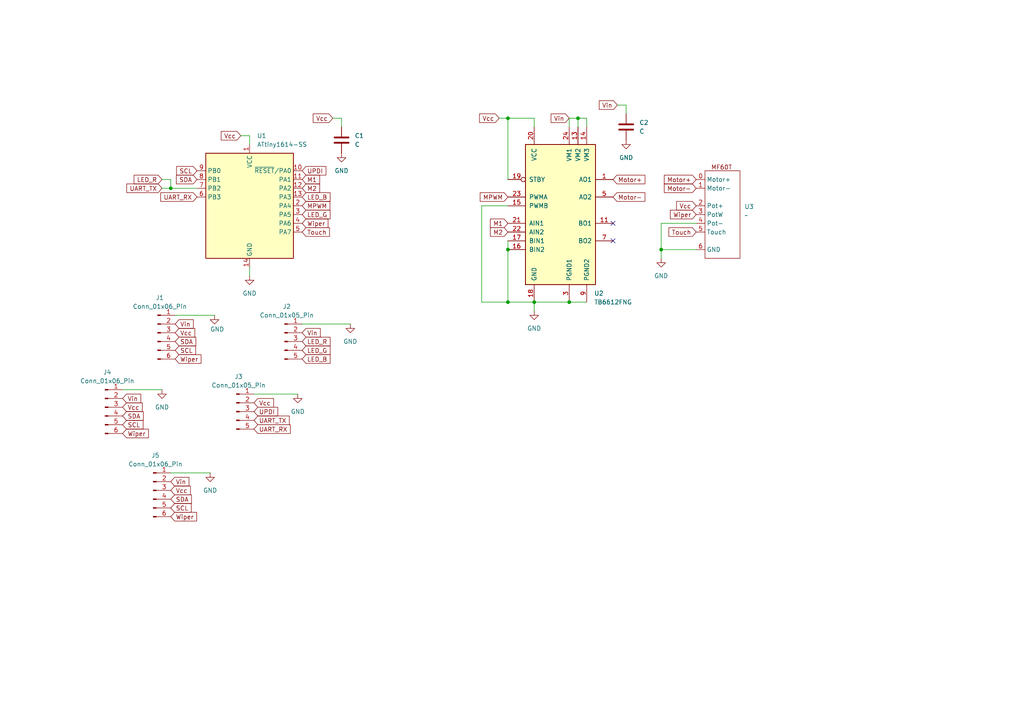
<source format=kicad_sch>
(kicad_sch (version 20250114) (generator "eeschema") (generator_version "9.0")
  (paper "A4")
  (lib_symbols
    (symbol "Connector:Conn_01x05_Pin" (pin_names (offset 1.016) (hide yes))
      (property "Reference" "J" (at 0 7.62 0))
      (property "Value" "Conn_01x05_Pin" (at 0 -7.62 0))
      (symbol "Conn_01x05_Pin_1_1"
        (rectangle (start 0.8636 5.207) (end 0 4.953) (stroke (width 0.1524)) (fill (type outline)))
        (rectangle (start 0.8636 2.667) (end 0 2.413) (stroke (width 0.1524)) (fill (type outline)))
        (rectangle (start 0.8636 0.127) (end 0 -0.127) (stroke (width 0.1524)) (fill (type outline)))
        (rectangle (start 0.8636 -2.413) (end 0 -2.667) (stroke (width 0.1524)) (fill (type outline)))
        (rectangle (start 0.8636 -4.953) (end 0 -5.207) (stroke (width 0.1524)) (fill (type outline)))
        (polyline (pts (xy 1.27 5.08) (xy 0.8636 5.08)) (stroke (width 0.1524)))
        (polyline (pts (xy 1.27 2.54) (xy 0.8636 2.54)) (stroke (width 0.1524)))
        (polyline (pts (xy 1.27 0) (xy 0.8636 0)) (stroke (width 0.1524)))
        (polyline (pts (xy 1.27 -2.54) (xy 0.8636 -2.54)) (stroke (width 0.1524)))
        (polyline (pts (xy 1.27 -5.08) (xy 0.8636 -5.08)) (stroke (width 0.1524)))
        (pin passive line (at 5.08 5.08 180) (length 3.81) (name "Pin_1") (number "1"))
        (pin passive line (at 5.08 2.54 180) (length 3.81) (name "Pin_2") (number "2"))
        (pin passive line (at 5.08 0 180) (length 3.81) (name "Pin_3") (number "3"))
        (pin passive line (at 5.08 -2.54 180) (length 3.81) (name "Pin_4") (number "4"))
        (pin passive line (at 5.08 -5.08 180) (length 3.81) (name "Pin_5") (number "5"))
      )
    )
    (symbol "Connector:Conn_01x06_Pin" (pin_names (offset 1.016) (hide yes))
      (property "Reference" "J" (at 0 7.62 0))
      (property "Value" "Conn_01x06_Pin" (at 0 -10.16 0))
      (symbol "Conn_01x06_Pin_1_1"
        (rectangle (start 0.8636 5.207) (end 0 4.953) (stroke (width 0.1524)) (fill (type outline)))
        (rectangle (start 0.8636 2.667) (end 0 2.413) (stroke (width 0.1524)) (fill (type outline)))
        (rectangle (start 0.8636 0.127) (end 0 -0.127) (stroke (width 0.1524)) (fill (type outline)))
        (rectangle (start 0.8636 -2.413) (end 0 -2.667) (stroke (width 0.1524)) (fill (type outline)))
        (rectangle (start 0.8636 -4.953) (end 0 -5.207) (stroke (width 0.1524)) (fill (type outline)))
        (rectangle (start 0.8636 -7.493) (end 0 -7.747) (stroke (width 0.1524)) (fill (type outline)))
        (polyline (pts (xy 1.27 5.08) (xy 0.8636 5.08)) (stroke (width 0.1524)))
        (polyline (pts (xy 1.27 2.54) (xy 0.8636 2.54)) (stroke (width 0.1524)))
        (polyline (pts (xy 1.27 0) (xy 0.8636 0)) (stroke (width 0.1524)))
        (polyline (pts (xy 1.27 -2.54) (xy 0.8636 -2.54)) (stroke (width 0.1524)))
        (polyline (pts (xy 1.27 -5.08) (xy 0.8636 -5.08)) (stroke (width 0.1524)))
        (polyline (pts (xy 1.27 -7.62) (xy 0.8636 -7.62)) (stroke (width 0.1524)))
        (pin passive line (at 5.08 5.08 180) (length 3.81) (name "Pin_1") (number "1"))
        (pin passive line (at 5.08 2.54 180) (length 3.81) (name "Pin_2") (number "2"))
        (pin passive line (at 5.08 0 180) (length 3.81) (name "Pin_3") (number "3"))
        (pin passive line (at 5.08 -2.54 180) (length 3.81) (name "Pin_4") (number "4"))
        (pin passive line (at 5.08 -5.08 180) (length 3.81) (name "Pin_5") (number "5"))
        (pin passive line (at 5.08 -7.62 180) (length 3.81) (name "Pin_6") (number "6"))
      )
    )
    (symbol "Device:C" (pin_numbers (hide yes)) (pin_names (offset 0.254))
      (property "Reference" "C" (at 0.635 2.54 0))
      (property "Value" "C" (at 0.635 -2.54 0))
      (symbol "C_0_1"
        (polyline (pts (xy -2.032 0.762) (xy 2.032 0.762)) (stroke (width 0.508)))
        (polyline (pts (xy -2.032 -0.762) (xy 2.032 -0.762)) (stroke (width 0.508)))
      )
      (symbol "C_1_1"
        (pin passive line (at 0 3.81 270) (length 2.794) (name "~") (number "1"))
        (pin passive line (at 0 -3.81 90) (length 2.794) (name "~") (number "2"))
      )
    )
    (symbol "Driver_Motor:TB6612FNG" (pin_names (offset 1.016))
      (property "Reference" "U" (at 11.43 17.78 0))
      (property "Value" "TB6612FNG" (at 11.43 15.24 0))
      (symbol "TB6612FNG_0_1"
        (rectangle (start -10.16 20.32) (end 10.16 -20.32) (stroke (width 0.254)) (fill (type background)))
      )
      (symbol "TB6612FNG_1_1"
        (pin input inverted (at -15.24 10.16 0) (length 5.08) (name "STBY") (number "19"))
        (pin input line (at -15.24 5.08 0) (length 5.08) (name "PWMA") (number "23"))
        (pin input line (at -15.24 2.54 0) (length 5.08) (name "PWMB") (number "15"))
        (pin input line (at -15.24 -2.54 0) (length 5.08) (name "AIN1") (number "21"))
        (pin input line (at -15.24 -5.08 0) (length 5.08) (name "AIN2") (number "22"))
        (pin input line (at -15.24 -7.62 0) (length 5.08) (name "BIN1") (number "17"))
        (pin input line (at -15.24 -10.16 0) (length 5.08) (name "BIN2") (number "16"))
        (pin power_in line (at -7.62 25.4 270) (length 5.08) (name "VCC") (number "20"))
        (pin power_in line (at -7.62 -25.4 90) (length 5.08) (name "GND") (number "18"))
        (pin power_in line (at 2.54 25.4 270) (length 5.08) (name "VM1") (number "24"))
        (pin power_in line (at 2.54 -25.4 90) (length 5.08) (name "PGND1") (number "3"))
        (pin passive line (at 2.54 -25.4 90) (length 5.08) (hide yes) (name "PGND1") (number "4"))
        (pin power_in line (at 5.08 25.4 270) (length 5.08) (name "VM2") (number "13"))
        (pin power_in line (at 7.62 25.4 270) (length 5.08) (name "VM3") (number "14"))
        (pin passive line (at 7.62 -25.4 90) (length 5.08) (hide yes) (name "PGND2") (number "10"))
        (pin power_in line (at 7.62 -25.4 90) (length 5.08) (name "PGND2") (number "9"))
        (pin output line (at 15.24 10.16 180) (length 5.08) (name "AO1") (number "1"))
        (pin passive line (at 15.24 10.16 180) (length 5.08) (hide yes) (name "AO1") (number "2"))
        (pin output line (at 15.24 5.08 180) (length 5.08) (name "AO2") (number "5"))
        (pin passive line (at 15.24 5.08 180) (length 5.08) (hide yes) (name "AO2") (number "6"))
        (pin output line (at 15.24 -2.54 180) (length 5.08) (name "BO1") (number "11"))
        (pin passive line (at 15.24 -2.54 180) (length 5.08) (hide yes) (name "BO1") (number "12"))
        (pin output line (at 15.24 -7.62 180) (length 5.08) (name "BO2") (number "7"))
        (pin passive line (at 15.24 -7.62 180) (length 5.08) (hide yes) (name "BO2") (number "8"))
      )
    )
    (symbol "MCU_Microchip_ATtiny:ATtiny1614-SS"
      (property "Reference" "U" (at -12.7 16.51 0))
      (property "Value" "ATtiny1614-SS" (at 2.54 -16.51 0))
      (symbol "ATtiny1614-SS_0_1"
        (rectangle (start -12.7 -15.24) (end 12.7 15.24) (stroke (width 0.254)) (fill (type background)))
      )
      (symbol "ATtiny1614-SS_1_1"
        (pin bidirectional line (at -15.24 10.16 0) (length 2.54) (name "PB0") (number "9"))
        (pin bidirectional line (at -15.24 7.62 0) (length 2.54) (name "PB1") (number "8"))
        (pin bidirectional line (at -15.24 5.08 0) (length 2.54) (name "PB2") (number "7"))
        (pin bidirectional line (at -15.24 2.54 0) (length 2.54) (name "PB3") (number "6"))
        (pin power_in line (at 0 17.78 270) (length 2.54) (name "VCC") (number "1"))
        (pin power_in line (at 0 -17.78 90) (length 2.54) (name "GND") (number "14"))
        (pin bidirectional line (at 15.24 10.16 180) (length 2.54) (name "~{RESET}/PA0") (number "10"))
        (pin bidirectional line (at 15.24 7.62 180) (length 2.54) (name "PA1") (number "11"))
        (pin bidirectional line (at 15.24 5.08 180) (length 2.54) (name "PA2") (number "12"))
        (pin bidirectional line (at 15.24 2.54 180) (length 2.54) (name "PA3") (number "13"))
        (pin bidirectional line (at 15.24 0 180) (length 2.54) (name "PA4") (number "2"))
        (pin bidirectional line (at 15.24 -2.54 180) (length 2.54) (name "PA5") (number "3"))
        (pin bidirectional line (at 15.24 -5.08 180) (length 2.54) (name "PA6") (number "4"))
        (pin bidirectional line (at 15.24 -7.62 180) (length 2.54) (name "PA7") (number "5"))
      )
    )
    (symbol "Motorized Fader:MF60T"
      (property "Reference" "U" (at 2.54 0 0))
      (symbol "MF60T_0_1"
        (rectangle (start -5.08 10.16) (end 5.08 -15.24))
      )
      (symbol "MF60T_1_1"
        (text "MF60T" (at -0.254 11.176 0) (effects (font (size 1.27 1.27))))
        (pin bidirectional line (at -7.62 7.62 0) (length 2.54) (name "Motor+") (number "0"))
        (pin bidirectional line (at -7.62 5.08 0) (length 2.54) (name "Motor-") (number "1"))
        (pin bidirectional line (at -7.62 0 0) (length 2.54) (name "Pot+") (number "2"))
        (pin bidirectional line (at -7.62 -2.54 0) (length 2.54) (name "PotW") (number "3"))
        (pin bidirectional line (at -7.62 -5.08 0) (length 2.54) (name "Pot-") (number "4"))
        (pin bidirectional line (at -7.62 -7.62 0) (length 2.54) (name "Touch") (number "5"))
        (pin bidirectional line (at -7.62 -12.7 0) (length 2.54) (name "GND") (number "6"))
      )
    )
    (symbol "power:GND" (power) (pin_numbers (hide yes)) (pin_names (offset 0) (hide yes))
      (property "Value" "GND" (at 0 -3.81 0))
      (symbol "GND_0_1"
        (polyline (pts (xy 0 0) (xy 0 -1.27) (xy 1.27 -1.27) (xy 0 -2.54) (xy -1.27 -1.27) (xy 0 -1.27)))
      )
      (symbol "GND_1_1"
        (pin power_in line (at 0 0 270) (length 0) (name "~") (number "1"))
      )
    )
  )
  (junction (at 49.53 54.61))
  (junction (at 165.1 87.63))
  (junction (at 154.94 87.63))
  (junction (at 167.64 34.29))
  (junction (at 147.32 87.63))
  (junction (at 147.32 72.39))
  (junction (at 147.32 34.29))
  (junction (at 191.77 72.39))
  (no_connect (at 177.8 69.85))
  (no_connect (at 177.8 64.77))
  (wire (pts (xy 35.56 113.03) (xy 46.99 113.03)))
  (wire (pts (xy 144.78 34.29) (xy 147.32 34.29)))
  (wire (pts (xy 72.39 39.37) (xy 72.39 41.91)))
  (wire (pts (xy 49.53 52.07) (xy 49.53 54.61)))
  (wire (pts (xy 170.18 34.29) (xy 167.64 34.29)))
  (wire (pts (xy 50.8 91.44) (xy 62.23 91.44)))
  (wire (pts (xy 87.63 93.98) (xy 101.6 93.98)))
  (wire (pts (xy 167.64 34.29) (xy 167.64 36.83)))
  (wire (pts (xy 147.32 72.39) (xy 147.32 87.63)))
  (wire (pts (xy 191.77 64.77) (xy 191.77 72.39)))
  (wire (pts (xy 165.1 34.29) (xy 165.1 36.83)))
  (wire (pts (xy 46.99 52.07) (xy 49.53 52.07)))
  (wire (pts (xy 201.93 64.77) (xy 191.77 64.77)))
  (wire (pts (xy 167.64 34.29) (xy 165.1 34.29)))
  (wire (pts (xy 69.85 39.37) (xy 72.39 39.37)))
  (wire (pts (xy 72.39 80.01) (xy 72.39 77.47)))
  (wire (pts (xy 96.52 34.29) (xy 99.06 34.29)))
  (wire (pts (xy 154.94 87.63) (xy 165.1 87.63)))
  (wire (pts (xy 147.32 59.69) (xy 139.7 59.69)))
  (wire (pts (xy 181.61 30.48) (xy 181.61 33.02)))
  (wire (pts (xy 191.77 72.39) (xy 201.93 72.39)))
  (wire (pts (xy 165.1 87.63) (xy 170.18 87.63)))
  (wire (pts (xy 154.94 90.17) (xy 154.94 87.63)))
  (wire (pts (xy 49.53 54.61) (xy 57.15 54.61)))
  (wire (pts (xy 191.77 72.39) (xy 191.77 74.93)))
  (wire (pts (xy 147.32 34.29) (xy 154.94 34.29)))
  (wire (pts (xy 46.99 54.61) (xy 49.53 54.61)))
  (wire (pts (xy 49.53 137.16) (xy 60.96 137.16)))
  (wire (pts (xy 170.18 36.83) (xy 170.18 34.29)))
  (wire (pts (xy 139.7 59.69) (xy 139.7 87.63)))
  (wire (pts (xy 99.06 34.29) (xy 99.06 36.83)))
  (wire (pts (xy 154.94 34.29) (xy 154.94 36.83)))
  (wire (pts (xy 147.32 34.29) (xy 147.32 52.07)))
  (wire (pts (xy 147.32 69.85) (xy 147.32 72.39)))
  (wire (pts (xy 147.32 87.63) (xy 154.94 87.63)))
  (wire (pts (xy 139.7 87.63) (xy 147.32 87.63)))
  (wire (pts (xy 179.07 30.48) (xy 181.61 30.48)))
  (wire (pts (xy 73.66 114.3) (xy 86.36 114.3)))
  (global_label "Vcc" (shape input) (at 96.52 34.29 180) (property "Intersheetrefs" "${INTERSHEET_REFS}" (effects (hide yes))))
  (global_label "Vcc" (shape input) (at 201.93 59.69 180) (property "Intersheetrefs" "${INTERSHEET_REFS}" (effects (hide yes))))
  (global_label "Vcc" (shape input) (at 50.8 96.52 0) (property "Intersheetrefs" "${INTERSHEET_REFS}" (effects (hide yes))))
  (global_label "Wiper" (shape input) (at 87.63 64.77 0) (property "Intersheetrefs" "${INTERSHEET_REFS}" (effects (hide yes))))
  (global_label "Motor+" (shape input) (at 201.93 52.07 180) (property "Intersheetrefs" "${INTERSHEET_REFS}" (effects (hide yes))))
  (global_label "Vcc" (shape input) (at 73.66 116.84 0) (property "Intersheetrefs" "${INTERSHEET_REFS}" (effects (hide yes))))
  (global_label "LED_R" (shape input) (at 46.99 52.07 180) (property "Intersheetrefs" "${INTERSHEET_REFS}" (effects (hide yes))))
  (global_label "Vin" (shape input) (at 87.63 96.52 0) (property "Intersheetrefs" "${INTERSHEET_REFS}" (effects (hide yes))))
  (global_label "Wiper" (shape input) (at 201.93 62.23 180) (property "Intersheetrefs" "${INTERSHEET_REFS}" (effects (hide yes))))
  (global_label "Motor-" (shape input) (at 201.93 54.61 180) (property "Intersheetrefs" "${INTERSHEET_REFS}" (effects (hide yes))))
  (global_label "SDA" (shape input) (at 57.15 52.07 180) (property "Intersheetrefs" "${INTERSHEET_REFS}" (effects (hide yes))))
  (global_label "Motor+" (shape input) (at 177.8 52.07 0) (property "Intersheetrefs" "${INTERSHEET_REFS}" (effects (hide yes))))
  (global_label "Wiper" (shape input) (at 50.8 104.14 0) (property "Intersheetrefs" "${INTERSHEET_REFS}" (effects (hide yes))))
  (global_label "SCL" (shape input) (at 35.56 123.19 0) (property "Intersheetrefs" "${INTERSHEET_REFS}" (effects (hide yes))))
  (global_label "MPWM" (shape input) (at 147.32 57.15 180) (property "Intersheetrefs" "${INTERSHEET_REFS}" (effects (hide yes))))
  (global_label "LED_R" (shape input) (at 87.63 99.06 0) (property "Intersheetrefs" "${INTERSHEET_REFS}" (effects (hide yes))))
  (global_label "Vin" (shape input) (at 49.53 139.7 0) (property "Intersheetrefs" "${INTERSHEET_REFS}" (effects (hide yes))))
  (global_label "SDA" (shape input) (at 50.8 99.06 0) (property "Intersheetrefs" "${INTERSHEET_REFS}" (effects (hide yes))))
  (global_label "UART_TX" (shape input) (at 46.99 54.61 180) (property "Intersheetrefs" "${INTERSHEET_REFS}" (effects (hide yes))))
  (global_label "Vin" (shape input) (at 35.56 115.57 0) (property "Intersheetrefs" "${INTERSHEET_REFS}" (effects (hide yes))))
  (global_label "LED_G" (shape input) (at 87.63 101.6 0) (property "Intersheetrefs" "${INTERSHEET_REFS}" (effects (hide yes))))
  (global_label "M2" (shape input) (at 147.32 67.31 180) (property "Intersheetrefs" "${INTERSHEET_REFS}" (effects (hide yes))))
  (global_label "SDA" (shape input) (at 35.56 120.65 0) (property "Intersheetrefs" "${INTERSHEET_REFS}" (effects (hide yes))))
  (global_label "M2" (shape input) (at 87.63 54.61 0) (property "Intersheetrefs" "${INTERSHEET_REFS}" (effects (hide yes))))
  (global_label "UPDI" (shape input) (at 73.66 119.38 0) (property "Intersheetrefs" "${INTERSHEET_REFS}" (effects (hide yes))))
  (global_label "Touch" (shape input) (at 87.63 67.31 0) (property "Intersheetrefs" "${INTERSHEET_REFS}" (effects (hide yes))))
  (global_label "Vin" (shape input) (at 165.1 34.29 180) (property "Intersheetrefs" "${INTERSHEET_REFS}" (effects (hide yes))))
  (global_label "Wiper" (shape input) (at 35.56 125.73 0) (property "Intersheetrefs" "${INTERSHEET_REFS}" (effects (hide yes))))
  (global_label "SCL" (shape input) (at 57.15 49.53 180) (property "Intersheetrefs" "${INTERSHEET_REFS}" (effects (hide yes))))
  (global_label "M1" (shape input) (at 87.63 52.07 0) (property "Intersheetrefs" "${INTERSHEET_REFS}" (effects (hide yes))))
  (global_label "Vcc" (shape input) (at 144.78 34.29 180) (property "Intersheetrefs" "${INTERSHEET_REFS}" (effects (hide yes))))
  (global_label "Vcc" (shape input) (at 69.85 39.37 180) (property "Intersheetrefs" "${INTERSHEET_REFS}" (effects (hide yes))))
  (global_label "MPWM" (shape input) (at 87.63 59.69 0) (property "Intersheetrefs" "${INTERSHEET_REFS}" (effects (hide yes))))
  (global_label "LED_G" (shape input) (at 87.63 62.23 0) (property "Intersheetrefs" "${INTERSHEET_REFS}" (effects (hide yes))))
  (global_label "Vin" (shape input) (at 50.8 93.98 0) (property "Intersheetrefs" "${INTERSHEET_REFS}" (effects (hide yes))))
  (global_label "Vcc" (shape input) (at 35.56 118.11 0) (property "Intersheetrefs" "${INTERSHEET_REFS}" (effects (hide yes))))
  (global_label "LED_B" (shape input) (at 87.63 57.15 0) (property "Intersheetrefs" "${INTERSHEET_REFS}" (effects (hide yes))))
  (global_label "UART_TX" (shape input) (at 73.66 121.92 0) (property "Intersheetrefs" "${INTERSHEET_REFS}" (effects (hide yes))))
  (global_label "SCL" (shape input) (at 49.53 147.32 0) (property "Intersheetrefs" "${INTERSHEET_REFS}" (effects (hide yes))))
  (global_label "SCL" (shape input) (at 50.8 101.6 0) (property "Intersheetrefs" "${INTERSHEET_REFS}" (effects (hide yes))))
  (global_label "UART_RX" (shape input) (at 73.66 124.46 0) (property "Intersheetrefs" "${INTERSHEET_REFS}" (effects (hide yes))))
  (global_label "UART_RX" (shape input) (at 57.15 57.15 180) (property "Intersheetrefs" "${INTERSHEET_REFS}" (effects (hide yes))))
  (global_label "LED_B" (shape input) (at 87.63 104.14 0) (property "Intersheetrefs" "${INTERSHEET_REFS}" (effects (hide yes))))
  (global_label "M1" (shape input) (at 147.32 64.77 180) (property "Intersheetrefs" "${INTERSHEET_REFS}" (effects (hide yes))))
  (global_label "Vin" (shape input) (at 179.07 30.48 180) (property "Intersheetrefs" "${INTERSHEET_REFS}" (effects (hide yes))))
  (global_label "UPDI" (shape input) (at 87.63 49.53 0) (property "Intersheetrefs" "${INTERSHEET_REFS}" (effects (hide yes))))
  (global_label "Touch" (shape input) (at 201.93 67.31 180) (property "Intersheetrefs" "${INTERSHEET_REFS}" (effects (hide yes))))
  (global_label "Vcc" (shape input) (at 49.53 142.24 0) (property "Intersheetrefs" "${INTERSHEET_REFS}" (effects (hide yes))))
  (global_label "Wiper" (shape input) (at 49.53 149.86 0) (property "Intersheetrefs" "${INTERSHEET_REFS}" (effects (hide yes))))
  (global_label "SDA" (shape input) (at 49.53 144.78 0) (property "Intersheetrefs" "${INTERSHEET_REFS}" (effects (hide yes))))
  (global_label "Motor-" (shape input) (at 177.8 57.15 0) (property "Intersheetrefs" "${INTERSHEET_REFS}" (effects (hide yes))))
  (symbol (lib_id "power:GND") (at 99.06 44.45 0) (unit 1)
    (property "Reference" "#PWR07" (effects (hide yes)))
    (property "Value" "GND" (at 99.06 49.53 0))
    (property "Description" "Power symbol creates a global label with name \"GND\" , ground" (effects (hide yes)))
  )
  (symbol (lib_id "MCU_Microchip_ATtiny:ATtiny1614-SS") (at 72.39 59.69 0) (unit 1)
    (property "Reference" "U1" (at 74.5333 39.37 0) (effects (justify left)))
    (property "Value" "ATtiny1614-SS" (at 74.5333 41.91 0) (effects (justify left)))
    (property "Footprint" "Package_SO:SOIC-14_3.9x8.7mm_P1.27mm" (effects (hide yes)))
    (property "Datasheet" "http://ww1.microchip.com/downloads/en/DeviceDoc/ATtiny1614-data-sheet-40001995A.pdf" (effects (hide yes)))
    (property "Description" "20MHz, 16kB Flash, 2kB SRAM, 256B EEPROM, SOIC-14" (effects (hide yes)))
  )
  (symbol (lib_id "power:GND") (at 86.36 114.3 0) (unit 1)
    (property "Reference" "#PWR06" (effects (hide yes)))
    (property "Value" "GND" (at 86.36 119.38 0))
    (property "Description" "Power symbol creates a global label with name \"GND\" , ground" (effects (hide yes)))
  )
  (symbol (lib_id "Connector:Conn_01x05_Pin") (at 68.58 119.38 0) (unit 1)
    (property "Reference" "J3" (at 69.215 109.22 0))
    (property "Value" "Conn_01x05_Pin" (at 69.215 111.76 0))
    (property "Footprint" "Connector_PinHeader_2.54mm:PinHeader_1x05_P2.54mm_Vertical" (effects (hide yes)))
    (property "Description" "Generic connector, single row, 01x05, script generated" (effects (hide yes)))
  )
  (symbol (lib_id "Motorized Fader:MF60T") (at 209.55 59.69 0) (unit 1)
    (property "Reference" "U3" (at 215.9 59.9411 0) (effects (justify left)))
    (property "Value" "~" (at 215.9 62.4811 0) (effects (justify left)))
    (property "Footprint" "Motorized Fader:MF60T" (effects (hide yes)))
  )
  (symbol (lib_id "power:GND") (at 72.39 80.01 0) (unit 1)
    (property "Reference" "#PWR02" (effects (hide yes)))
    (property "Value" "GND" (at 72.39 85.09 0))
    (property "Description" "Power symbol creates a global label with name \"GND\" , ground" (effects (hide yes)))
  )
  (symbol (lib_id "power:GND") (at 101.6 93.98 0) (unit 1)
    (property "Reference" "#PWR05" (effects (hide yes)))
    (property "Value" "GND" (at 101.6 99.06 0))
    (property "Description" "Power symbol creates a global label with name \"GND\" , ground" (effects (hide yes)))
  )
  (symbol (lib_id "power:GND") (at 154.94 90.17 0) (unit 1)
    (property "Reference" "#PWR03" (effects (hide yes)))
    (property "Value" "GND" (at 154.94 95.25 0))
    (property "Description" "Power symbol creates a global label with name \"GND\" , ground" (effects (hide yes)))
  )
  (symbol (lib_id "power:GND") (at 46.99 113.03 0) (unit 1)
    (property "Reference" "#PWR09" (effects (hide yes)))
    (property "Value" "GND" (at 46.99 118.11 0))
    (property "Description" "Power symbol creates a global label with name \"GND\" , ground" (effects (hide yes)))
  )
  (symbol (lib_id "Driver_Motor:TB6612FNG") (at 162.56 62.23 0) (unit 1)
    (property "Reference" "U2" (at 172.3233 85.09 0) (effects (justify left)))
    (property "Value" "TB6612FNG" (at 172.3233 87.63 0) (effects (justify left)))
    (property "Footprint" "Package_SO:SSOP-24_5.3x8.2mm_P0.65mm" (effects (hide yes)))
    (property "Datasheet" "https://toshiba.semicon-storage.com/us/product/linear/motordriver/detail.TB6612FNG.html" (effects (hide yes)))
    (property "Description" "Driver IC for Dual DC motor, SSOP-24" (effects (hide yes)))
  )
  (symbol (lib_id "power:GND") (at 181.61 40.64 0) (unit 1)
    (property "Reference" "#PWR08" (effects (hide yes)))
    (property "Value" "GND" (at 181.61 45.72 0))
    (property "Description" "Power symbol creates a global label with name \"GND\" , ground" (effects (hide yes)))
  )
  (symbol (lib_id "Device:C") (at 181.61 36.83 0) (unit 1)
    (property "Reference" "C2" (at 185.42 35.5599 0) (effects (justify left)))
    (property "Value" "C" (at 185.42 38.0999 0) (effects (justify left)))
    (property "Footprint" "Capacitor_SMD:C_1206_3216Metric_Pad1.33x1.80mm_HandSolder" (effects (hide yes)))
    (property "Description" "Unpolarized capacitor" (effects (hide yes)))
  )
  (symbol (lib_id "Device:C") (at 99.06 40.64 0) (unit 1)
    (property "Reference" "C1" (at 102.87 39.3699 0) (effects (justify left)))
    (property "Value" "C" (at 102.87 41.9099 0) (effects (justify left)))
    (property "Footprint" "Capacitor_SMD:C_1206_3216Metric_Pad1.33x1.80mm_HandSolder" (effects (hide yes)))
    (property "Description" "Unpolarized capacitor" (effects (hide yes)))
  )
  (symbol (lib_id "Connector:Conn_01x06_Pin") (at 44.45 142.24 0) (unit 1)
    (property "Reference" "J5" (at 45.085 132.08 0))
    (property "Value" "Conn_01x06_Pin" (at 45.085 134.62 0))
    (property "Footprint" "Connector_PinHeader_2.54mm:PinHeader_1x06_P2.54mm_Vertical" (effects (hide yes)))
    (property "Description" "Generic connector, single row, 01x06, script generated" (effects (hide yes)))
  )
  (symbol (lib_id "Connector:Conn_01x06_Pin") (at 45.72 96.52 0) (unit 1)
    (property "Reference" "J1" (at 46.355 86.36 0))
    (property "Value" "Conn_01x06_Pin" (at 46.355 88.9 0))
    (property "Footprint" "Connector_PinHeader_2.54mm:PinHeader_1x06_P2.54mm_Vertical" (effects (hide yes)))
    (property "Description" "Generic connector, single row, 01x06, script generated" (effects (hide yes)))
  )
  (symbol (lib_id "Connector:Conn_01x05_Pin") (at 82.55 99.06 0) (unit 1)
    (property "Reference" "J2" (at 83.185 88.9 0))
    (property "Value" "Conn_01x05_Pin" (at 83.185 91.44 0))
    (property "Footprint" "Connector_PinHeader_2.54mm:PinHeader_1x05_P2.54mm_Vertical" (effects (hide yes)))
    (property "Description" "Generic connector, single row, 01x05, script generated" (effects (hide yes)))
  )
  (symbol (lib_id "power:GND") (at 62.23 91.44 0) (unit 1)
    (property "Reference" "#PWR04" (effects (hide yes)))
    (property "Value" "GND" (at 62.992 95.504 0))
    (property "Description" "Power symbol creates a global label with name \"GND\" , ground" (effects (hide yes)))
  )
  (symbol (lib_id "power:GND") (at 191.77 74.93 0) (unit 1)
    (property "Reference" "#PWR01" (effects (hide yes)))
    (property "Value" "GND" (at 191.77 80.01 0))
    (property "Description" "Power symbol creates a global label with name \"GND\" , ground" (effects (hide yes)))
  )
  (symbol (lib_id "power:GND") (at 60.96 137.16 0) (unit 1)
    (property "Reference" "#PWR010" (effects (hide yes)))
    (property "Value" "GND" (at 60.96 142.24 0))
    (property "Description" "Power symbol creates a global label with name \"GND\" , ground" (effects (hide yes)))
  )
  (symbol (lib_id "Connector:Conn_01x06_Pin") (at 30.48 118.11 0) (unit 1)
    (property "Reference" "J4" (at 31.115 107.95 0))
    (property "Value" "Conn_01x06_Pin" (at 31.115 110.49 0))
    (property "Footprint" "Connector_PinHeader_2.54mm:PinHeader_1x06_P2.54mm_Vertical" (effects (hide yes)))
    (property "Description" "Generic connector, single row, 01x06, script generated" (effects (hide yes)))
  )
)
</source>
